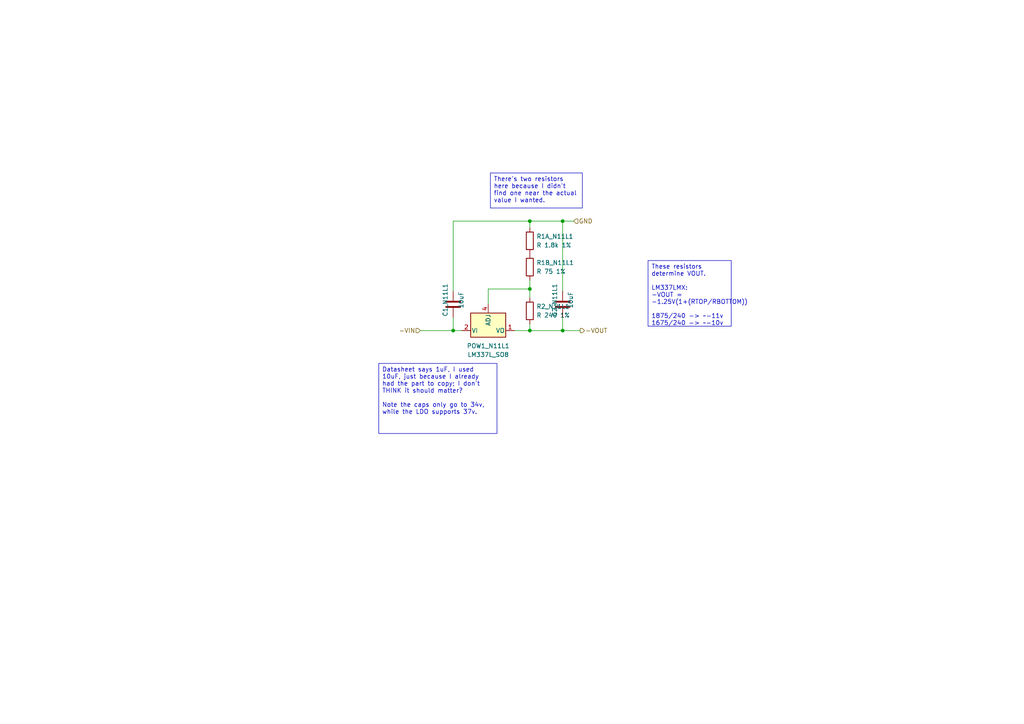
<source format=kicad_sch>
(kicad_sch (version 20230121) (generator eeschema)
  (paper "A4")
  (title_block (title "Negative LDO: -11V"))
  (lib_symbols
    (symbol "Device:C" (pin_numbers hide) (pin_names (offset 0.254))
      (property "Reference" "C" (at 0.635 2.54 0))
      (property "Value" "C" (at 0.635 -2.54 0))
      (symbol "C_0_1"
        (polyline (pts (xy -2.032 -0.762) (xy 2.032 -0.762)) (stroke (width 0.508)))
        (polyline (pts (xy -2.032 0.762) (xy 2.032 0.762)) (stroke (width 0.508)))
      )
      (symbol "C_1_1"
        (pin passive line (at 0 3.81 270) (length 2.794) (name "~") (number "1"))
        (pin passive line (at 0 -3.81 90) (length 2.794) (name "~") (number "2"))
      )
    )
    (symbol "Device:R" (pin_numbers hide) (pin_names (offset 0))
      (property "Reference" "R" (at 2.032 0 90))
      (property "Value" "R" (at 0 0 90))
      (symbol "R_0_1"
        (rectangle (start -1.016 -2.54) (end 1.016 2.54) (stroke (width 0.254)))
      )
      (symbol "R_1_1"
        (pin passive line (at 0 3.81 270) (length 1.27) (name "~") (number "1"))
        (pin passive line (at 0 -3.81 90) (length 1.27) (name "~") (number "2"))
      )
    )
    (symbol "Regulator_Linear:LM337L_SO8" (pin_names (offset 0.254))
      (property "Reference" "U" (at -3.81 -3.175 0))
      (property "Value" "LM337L_SO8" (at 0 -3.175 0))
      (symbol "LM337L_SO8_0_1"
        (rectangle (start -5.08 5.08) (end 5.08 -1.905) (stroke (width 0.254)) (fill (type background)))
      )
      (symbol "LM337L_SO8_1_1"
        (pin power_out line (at 7.62 0 180) (length 2.54) (name "VO") (number "1"))
        (pin power_in line (at -7.62 0 0) (length 2.54) (name "VI") (number "2"))
        (pin passive line (at -7.62 0 0) (length 2.54) hide (name "VI") (number "3"))
        (pin input line (at 0 7.62 270) (length 2.54) (name "ADJ") (number "4"))
        (pin no_connect line (at -5.08 2.54 0) (length 2.54) hide (name "NC") (number "5"))
        (pin passive line (at -7.62 0 0) (length 2.54) hide (name "VI") (number "6"))
        (pin passive line (at -7.62 0 0) (length 2.54) hide (name "VI") (number "7"))
        (pin no_connect line (at 5.08 2.54 180) (length 2.54) hide (name "NC") (number "8"))
      )
    )
  )
  (junction (at 153.67 83.82))
  (junction (at 131.445 95.885))
  (junction (at 163.195 95.885))
  (junction (at 153.67 95.885))
  (junction (at 163.195 64.135))
  (junction (at 153.67 64.135))
  (wire (pts (xy 131.445 95.885) (xy 133.985 95.885)))
  (wire (pts (xy 153.67 64.135) (xy 153.67 66.04)))
  (wire (pts (xy 141.605 83.82) (xy 153.67 83.82)))
  (wire (pts (xy 153.67 93.98) (xy 153.67 95.885)))
  (wire (pts (xy 153.67 83.82) (xy 153.67 86.36)))
  (wire (pts (xy 141.605 83.82) (xy 141.605 88.265)))
  (wire (pts (xy 121.92 95.885) (xy 131.445 95.885)))
  (wire (pts (xy 131.445 64.135) (xy 153.67 64.135)))
  (wire (pts (xy 163.195 64.135) (xy 166.37 64.135)))
  (wire (pts (xy 163.195 95.885) (xy 163.195 92.075)))
  (wire (pts (xy 153.67 95.885) (xy 163.195 95.885)))
  (wire (pts (xy 163.195 95.885) (xy 168.275 95.885)))
  (wire (pts (xy 131.445 92.075) (xy 131.445 95.885)))
  (wire (pts (xy 153.67 81.28) (xy 153.67 83.82)))
  (wire (pts (xy 149.225 95.885) (xy 153.67 95.885)))
  (wire (pts (xy 163.195 64.135) (xy 163.195 84.455)))
  (wire (pts (xy 131.445 64.135) (xy 131.445 84.455)))
  (wire (pts (xy 153.67 64.135) (xy 163.195 64.135)))
  (text_box "There's two resistors here because I didn't find one near the actual value I wanted." (at 142.24 50.165 0) (size 26.67 10.16) (effects (font (size 1.27 1.27)) (justify left top)))
  (text_box "Datasheet says 1uF, I used 10uF, just because I already had the part to copy; I don't THINK it should matter?\n\nNote the caps only go to 34v, while the LDO supports 37v." (at 109.855 105.41 0) (size 34.29 20.32) (effects (font (size 1.27 1.27)) (justify left top)))
  (text_box "These resistors determine VOUT.\n\nLM337LMX:\n-VOUT = -1.25V(1+(RTOP/RBOTTOM))\n\n1875/240 -> ~-11v\n1675/240 -> ~-10v" (at 187.96 75.565 0) (size 24.13 19.05) (effects (font (size 1.27 1.27)) (justify left top)))
  (hierarchical_label "GND" (shape input) (at 166.37 64.135 0))
  (hierarchical_label "-VIN" (shape input) (at 121.92 95.885 180))
  (hierarchical_label "-VOUT" (shape output) (at 168.275 95.885 0))
  (symbol (lib_id "Device:R") (at 153.67 77.47 0) (unit 1)
    (property "Reference" "R1B_N11L1" (at 155.575 76.2 0) (effects (justify left)))
    (property "Value" "R 75 1%" (at 155.575 78.74 0) (effects (justify left)))
    (property "Footprint" "Resistor_SMD:R_0402_1005Metric" (effects hide))
    (property "MFR" "0402WGF750JTCE" (effects hide))
    (property "LCSC" "C25133" (effects hide))
    (property "Description" "62.5mW Thick Film Resistors ±100ppm/℃ ±1% 75Ω 0402  Chip Resistor - Surface Mount ROHS" (effects hide))
    (property "URL" "https://jlcpcb.com/partdetail/25876-0402WGF750JTCE/C25133" (effects hide))
  )
  (symbol (lib_id "Device:C") (at 131.445 88.265 0) (unit 1)
    (property "Reference" "C1_N11L1" (at 129.155 87.015 90))
    (property "Value" "10uF" (at 133.745 87.015 90))
    (property "Footprint" "Capacitor_SMD:C_0603_1608Metric" (effects hide))
    (property "MFR" "GRM188R6YA106MA73D" (effects hide))
    (property "LCSC" "C194427" (effects hide))
    (property "Description" "35V 10uF X5R ±20% 0603  Multilayer Ceramic Capacitors MLCC - SMD/SMT ROHS" (effects hide))
    (property "URL" "https://jlcpcb.com/partdetail/235742-GRM188R6YA106MA73D/C194427" (effects hide))
  )
  (symbol (lib_id "Device:C") (at 163.195 88.265 0) (unit 1)
    (property "Reference" "C2_N11L1" (at 160.905 87.015 90))
    (property "Value" "10uF" (at 165.495 87.015 90))
    (property "Footprint" "Capacitor_SMD:C_0603_1608Metric" (effects hide))
    (property "MFR" "GRM188R6YA106MA73D" (effects hide))
    (property "LCSC" "C194427" (effects hide))
    (property "Description" "35V 10uF X5R ±20% 0603  Multilayer Ceramic Capacitors MLCC - SMD/SMT ROHS" (effects hide))
    (property "URL" "https://jlcpcb.com/partdetail/235742-GRM188R6YA106MA73D/C194427" (effects hide))
  )
  (symbol (lib_id "Device:R") (at 153.67 69.85 0) (unit 1)
    (property "Reference" "R1A_N11L1" (at 155.575 68.58 0) (effects (justify left)))
    (property "Value" "R 1.8k 1%" (at 155.575 71.12 0) (effects (justify left)))
    (property "Footprint" "Resistor_SMD:R_0402_1005Metric" (effects hide))
    (property "MFR" "FRC0402F1801TS" (effects hide))
    (property "LCSC" "C2909310" (effects hide))
    (property "Description" "62.5mW Thick Film Resistors ±100ppm/℃ ±1% 1.8kΩ 0402  Chip Resistor - Surface Mount ROHS" (effects hide))
    (property "URL" "https://jlcpcb.com/partdetail/Fojan-FRC0402F1801TS/C2909310" (effects hide))
  )
  (symbol (lib_id "Regulator_Linear:LM337L_SO8") (at 141.605 95.885 0) (unit 1)
    (property "Reference" "POW1_N11L1" (at 141.605 100.33 0))
    (property "Value" "LM337L_SO8" (at 141.605 102.87 0))
    (property "Footprint" "Package_SO:SOIC-8_3.9x4.9mm_P1.27mm" (effects hide))
    (property "Datasheet" "http://www.ti.com/lit/ds/symlink/lm337l.pdf" (effects hide))
    (property "MFR" "LM337LMX/NOPB" (effects hide))
    (property "LCSC" "C544819" (effects hide))
    (property "Description" "100mA 60dB@(120Hz) Adjustable 1.2V~37V Negative 40V SOIC-8  Linear Voltage Regulators (LDO) ROHS" (effects hide))
    (property "URL" "https://jlcpcb.com/partdetail/TexasInstruments-LM337LMXNOPB/C544819" (effects hide))
  )
  (symbol (lib_id "Device:R") (at 153.67 90.17 0) (unit 1)
    (property "Reference" "R2_N11L1" (at 155.575 88.9 0) (effects (justify left)))
    (property "Value" "R 240 1%" (at 155.575 91.44 0) (effects (justify left)))
    (property "Footprint" "Resistor_SMD:R_0402_1005Metric" (effects hide))
    (property "MFR" "0402WGF2400TCE" (effects hide))
    (property "LCSC" "C25094" (effects hide))
    (property "Description" "62.5mW Thick Film Resistors ±100ppm/℃ ±1% 240Ω 0402  Chip Resistor - Surface Mount ROHS" (effects hide))
    (property "URL" "https://jlcpcb.com/partdetail/25837-0402WGF2400TCE/C25094" (effects hide))
  )
)
</source>
